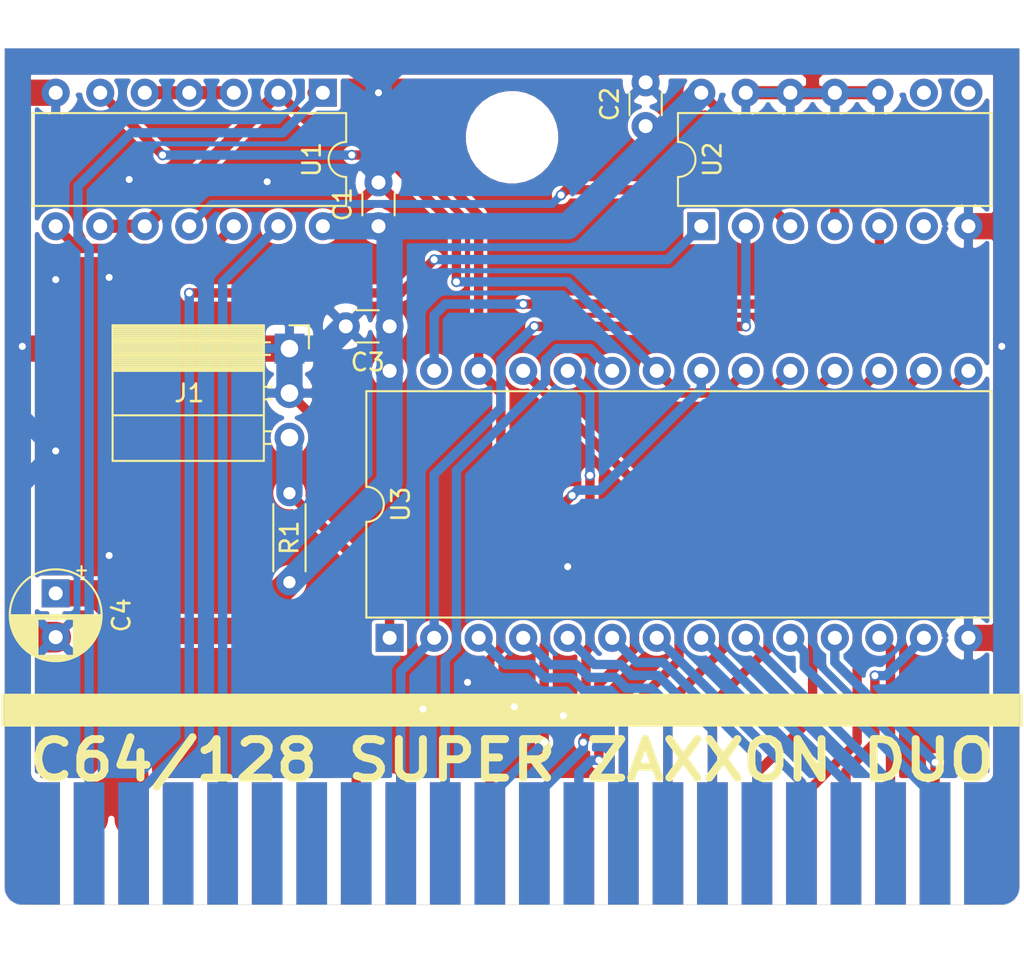
<source format=kicad_pcb>
(kicad_pcb (version 20171130) (host pcbnew "(5.1.2)-1")
  (layers (0 F.Cu signal) (31 B.Cu signal) (34 B.Paste user) (35 F.Paste user) (36 B.SilkS user hide) (37 F.SilkS user hide) (38 B.Mask user hide) (39 F.Mask user hide) (44 Edge.Cuts user))
  (net 0 "")
  (net 1 GND)
  (net 2 +5V)
  (net 3 "Net-(J1-Pad3)")
  (net 4 "Net-(U1-Pad1)")
  (net 5 "Net-(U1-Pad12)")
  (net 6 "Net-(U1-Pad10)")
  (net 7 "Net-(U1-Pad3)")
  (net 8 "Net-(U1-Pad11)")
  (net 9 "Net-(U1-Pad6)")
  (net 10 "Net-(U1-Pad13)")
  (net 11 "Net-(U2-Pad6)")
  (net 12 "Net-(U2-Pad5)")
  (net 13 "Net-(U2-Pad9)")
  (net 14 "Net-(U2-Pad2)")
  (net 15 "Net-(U2-Pad8)")
  (net 16 "Net-(U2-Pad1)")
  (net 17 /D3)
  (net 18 /D4)
  (net 19 /A7)
  (net 20 /D5)
  (net 21 /A6)
  (net 22 /D6)
  (net 23 /A5)
  (net 24 /D7)
  (net 25 /A4)
  (net 26 /A3)
  (net 27 /A10)
  (net 28 /A2)
  (net 29 /A1)
  (net 30 /A11)
  (net 31 /A0)
  (net 32 /A9)
  (net 33 /D0)
  (net 34 /A8)
  (net 35 /D1)
  (net 36 /D2)
  (net 37 "Net-(X1-Pad4)")
  (net 38 "Net-(X1-Pad5)")
  (net 39 "Net-(X1-Pad6)")
  (net 40 "Net-(X1-Pad7)")
  (net 41 "Net-(X1-Pad10)")
  (net 42 "Net-(X1-Pad12)")
  (net 43 "Net-(X1-Pad13)")
  (net 44 "Net-(X1-PadD)")
  (net 45 "Net-(X1-PadF)")
  (net 46 "Net-(X1-PadH)")
  (net 47 "Net-(X1-PadJ)")
  (module CPU2:C64_EXPANSION_CARD_49mm (layer F.Cu) (at 107.95 79.6925)
    (fp_text reference "C64/128 SUPER ZAXXON DUO" (at 0 -11.1125) (layer F.SilkS) (effects (font (size 2.2 2.4) (thickness 0.454))))
    (fp_text value "C64/128 SUPER ZAXXON DUO")
    (fp_arc (start -22.86 -7.7597) (end -21.7043 -7.7343) (angle -180) (layer F.Cu) (width 1.95))
    (fp_arc (start -26.8732 -10.414) (end -26.8732 -9.5885) (angle 90) (layer B.Cu) (width 0.5))
    (fp_arc (start 26.8859 -10.414) (end 27.7114 -10.414) (angle 90) (layer B.Cu) (width 0.5))
    (fp_arc (start 26.8859 -10.414) (end 26.8859 -9.5885) (angle -90) (layer F.Cu) (width 0.5))
    (fp_arc (start -26.8732 -10.414) (end -27.6987 -10.414) (angle -90) (layer F.Cu) (width 0.5))
    (fp_poly (pts (xy 28.8925 -20.0025) (xy 28.8925 -51.689) (xy -28.8925 -51.689) (xy -28.8925 -20.0025) (xy -27.4955 -20.0025) (xy -27.4955 -50.2285) (xy -27.432 -50.292) (xy 27.432 -50.292) (xy 27.4955 -50.2285) (xy 27.4955 -20.0025)) (layer B.Cu) (width 0.1))
    (fp_poly (pts (xy -28.8925 -20.0025) (xy -28.8925 -51.689) (xy 28.8925 -51.689) (xy 28.8925 -20.0025) (xy 27.4955 -20.0025) (xy 27.4955 -50.2285) (xy 27.432 -50.292) (xy -27.432 -50.292) (xy -27.4955 -50.2285) (xy -27.4955 -20.0025)) (layer F.Cu) (width 0.1))
    (fp_poly (pts (xy -27.4955 -2.921) (xy -28.194 -2.921) (xy -28.6385 -3.175) (xy -28.8925 -3.6195) (xy -28.8925 -3.8735) (xy -28.8925 -20.0025) (xy -27.4955 -20.0025)) (layer B.Cu) (width 0.1))
    (fp_poly (pts (xy 27.4955 -2.921) (xy 28.194 -2.921) (xy 28.6385 -3.175) (xy 28.8925 -3.6195) (xy 28.8925 -3.8735) (xy 28.8925 -20.0025) (xy 27.4955 -20.0025)) (layer B.Cu) (width 0.1))
    (fp_arc (start 27.94 -3.8735) (end 28.956 -3.8735) (angle 90) (layer Edge.Cuts) (width 0.0254))
    (fp_poly (pts (xy 27.4955 -2.921) (xy 28.194 -2.921) (xy 28.6385 -3.175) (xy 28.8925 -3.6195) (xy 28.8925 -3.8735) (xy 28.8925 -20.0025) (xy 27.4955 -20.0025)) (layer F.Cu) (width 0.1))
    (fp_poly (pts (xy -27.4955 -2.921) (xy -28.194 -2.921) (xy -28.6385 -3.175) (xy -28.8925 -3.6195) (xy -28.8925 -3.8735) (xy -28.8925 -20.0025) (xy -27.4955 -20.0025)) (layer F.Cu) (width 0.1))
    (fp_line (start -28.956 -51.7525) (end 28.956 -51.7525) (layer Edge.Cuts) (width 0.0254))
    (fp_arc (start 27.94 -3.8735) (end 27.94 -2.8575) (angle -90) (layer Edge.Cuts) (width 0.0254))
    (fp_arc (start -27.94 -3.8735) (end -28.956 -3.8735) (angle -90) (layer Edge.Cuts) (width 0.0254))
    (fp_line (start 28.956 -51.7525) (end 28.956 -3.8735) (layer Edge.Cuts) (width 0.0254))
    (fp_line (start -28.956 -51.7525) (end -28.956 -3.8735) (layer Edge.Cuts) (width 0.0254))
    (fp_line (start -27.94 -2.8575) (end 27.94 -2.8575) (layer Edge.Cuts) (width 0.0254))
    (pad "" np_thru_hole circle (at 0 -46.6725) (size 4.826 4.826) (drill 4.826) (layers *.Cu))
    (pad J connect rect (at -8.89 -6.35) (size 1.75 7) (layers B.Cu B.Mask) (net 47 "Net-(X1-PadJ)"))
    (pad L connect rect (at -3.81 -6.35) (size 1.75 7) (layers B.Cu B.Mask) (net 30 /A11))
    (pad H connect rect (at -11.43 -6.35) (size 1.75 7) (layers B.Cu B.Mask) (net 46 "Net-(X1-PadH)"))
    (pad K connect rect (at -6.35 -6.35) (size 1.75 7) (layers B.Cu B.Mask) (net 14 "Net-(U2-Pad2)"))
    (pad F connect rect (at -13.97 -6.35) (size 1.75 7) (layers B.Cu B.Mask) (net 45 "Net-(X1-PadF)"))
    (pad A connect rect (at -26.67 -6.35) (size 1.75 7) (layers B.Cu B.Mask) (net 1 GND))
    (pad W connect rect (at 19.05 -6.35) (size 1.75 7) (layers B.Cu B.Mask) (net 28 /A2))
    (pad V connect rect (at 16.51 -6.35) (size 1.75 7) (layers B.Cu B.Mask) (net 26 /A3))
    (pad Y connect rect (at 24.13 -6.35) (size 1.75 7) (layers B.Cu B.Mask) (net 31 /A0))
    (pad X connect rect (at 21.59 -6.35) (size 1.75 7) (layers B.Cu B.Mask) (net 29 /A1))
    (pad Z connect rect (at 26.67 -6.35) (size 1.75 7) (layers B.Cu B.Mask) (net 1 GND))
    (pad P connect rect (at 3.81 -6.35) (size 1.75 7) (layers B.Cu B.Mask) (net 34 /A8))
    (pad R connect rect (at 6.35 -6.35) (size 1.75 7) (layers B.Cu B.Mask) (net 19 /A7))
    (pad N connect rect (at 1.27 -6.35) (size 1.75 7) (layers B.Cu B.Mask) (net 32 /A9))
    (pad U connect rect (at 13.97 -6.35) (size 1.75 7) (layers B.Cu B.Mask) (net 25 /A4))
    (pad T connect rect (at 11.43 -6.35) (size 1.75 7) (layers B.Cu B.Mask) (net 23 /A5))
    (pad M connect rect (at -1.27 -6.35) (size 1.75 7) (layers B.Cu B.Mask) (net 27 /A10))
    (pad S connect rect (at 8.89 -6.35) (size 1.75 7) (layers B.Cu B.Mask) (net 21 /A6))
    (pad C connect rect (at -21.59 -6.35) (size 1.75 7) (layers B.Cu B.Mask) (net 16 "Net-(U2-Pad1)"))
    (pad B connect rect (at -24.13 -6.35) (size 1.75 7) (layers B.Cu B.Mask) (net 4 "Net-(U1-Pad1)"))
    (pad D connect rect (at -19.05 -6.35) (size 1.75 7) (layers B.Cu B.Mask) (net 44 "Net-(X1-PadD)"))
    (pad E connect rect (at -16.51 -6.35) (size 1.75 7) (layers B.Cu B.Mask) (net 10 "Net-(U1-Pad13)"))
    (pad 21 connect rect (at 24.13 -6.35) (size 1.75 7) (layers F.Cu F.Mask) (net 33 /D0))
    (pad 22 connect rect (at 26.67 -6.35) (size 1.75 7) (layers F.Cu F.Mask) (net 1 GND))
    (pad 18 connect rect (at 16.51 -6.35) (size 1.75 7) (layers F.Cu F.Mask) (net 17 /D3))
    (pad 20 connect rect (at 21.59 -6.35) (size 1.75 7) (layers F.Cu F.Mask) (net 35 /D1))
    (pad 17 connect rect (at 13.97 -6.35) (size 1.75 7) (layers F.Cu F.Mask) (net 18 /D4))
    (pad 19 connect rect (at 19.05 -6.35) (size 1.75 7) (layers F.Cu F.Mask) (net 36 /D2))
    (pad 16 connect rect (at 11.43 -6.35) (size 1.75 7) (layers F.Cu F.Mask) (net 20 /D5))
    (pad 11 connect rect (at -1.27 -6.35) (size 1.75 7) (layers F.Cu F.Mask) (net 6 "Net-(U1-Pad10)"))
    (pad 13 connect rect (at 3.81 -6.35) (size 1.75 7) (layers F.Cu F.Mask) (net 43 "Net-(X1-Pad13)"))
    (pad 12 connect rect (at 1.27 -6.35) (size 1.75 7) (layers F.Cu F.Mask) (net 42 "Net-(X1-Pad12)"))
    (pad 14 connect rect (at 6.35 -6.35) (size 1.75 7) (layers F.Cu F.Mask) (net 24 /D7))
    (pad 15 connect rect (at 8.89 -6.35) (size 1.75 7) (layers F.Cu F.Mask) (net 22 /D6))
    (pad 10 connect rect (at -3.81 -6.35) (size 1.75 7) (layers F.Cu F.Mask) (net 41 "Net-(X1-Pad10)"))
    (pad 9 connect rect (at -6.35 -6.35) (size 1.75 7) (layers F.Cu F.Mask) (net 1 GND))
    (pad 8 connect rect (at -8.89 -6.35) (size 1.75 7) (layers F.Cu F.Mask) (net 1 GND))
    (pad 7 connect rect (at -11.43 -6.35) (size 1.75 7) (layers F.Cu F.Mask) (net 40 "Net-(X1-Pad7)"))
    (pad 6 connect rect (at -13.97 -6.35) (size 1.75 7) (layers F.Cu F.Mask) (net 39 "Net-(X1-Pad6)"))
    (pad 5 connect rect (at -16.51 -6.35) (size 1.75 7) (layers F.Cu F.Mask) (net 38 "Net-(X1-Pad5)"))
    (pad 4 connect rect (at -19.05 -6.35) (size 1.75 7) (layers F.Cu F.Mask) (net 37 "Net-(X1-Pad4)"))
    (pad 3 connect rect (at -21.59 -6.35) (size 1.75 7) (layers F.Cu F.Mask) (net 2 +5V))
    (pad 2 connect rect (at -24.13 -6.35) (size 1.75 7) (layers F.Cu F.Mask) (net 2 +5V))
    (pad 1 connect rect (at -26.67 -6.35) (size 1.75 7) (layers F.Cu F.Mask) (net 1 GND))
  )
  (module Capacitor_THT:C_Disc_D3.0mm_W1.6mm_P2.50mm (layer F.Cu) (at 100.33 38.1 90)
    (fp_text reference C1 (at 1.25 -2.05 90) (layer F.SilkS))
    (fp_text value 0.1uF)
    (pad 2 thru_hole circle (at 2.5 0 90) (size 1.6 1.6) (drill 0.8) (layers *.Cu *.Mask) (net 1 GND))
    (pad 1 thru_hole circle (at 0 0 90) (size 1.6 1.6) (drill 0.8) (layers *.Cu *.Mask) (net 2 +5V))
  )
  (module Capacitor_THT:C_Disc_D3.0mm_W1.6mm_P2.50mm (layer F.Cu) (at 115.57 32.385 90)
    (fp_text reference C2 (at 1.25 -2.05 90) (layer F.SilkS))
    (fp_text value 0.1uF)
    (pad 1 thru_hole circle (at 0 0 90) (size 1.6 1.6) (drill 0.8) (layers *.Cu *.Mask) (net 2 +5V))
    (pad 2 thru_hole circle (at 2.5 0 90) (size 1.6 1.6) (drill 0.8) (layers *.Cu *.Mask) (net 1 GND))
  )
  (module Capacitor_THT:C_Disc_D3.0mm_W1.6mm_P2.50mm (layer F.Cu) (at 100.965 43.815 180)
    (fp_text reference C3 (at 1.25 -2.05) (layer F.SilkS))
    (fp_text value 0.1uF)
    (pad 1 thru_hole circle (at 0 0 180) (size 1.6 1.6) (drill 0.8) (layers *.Cu *.Mask) (net 2 +5V))
    (pad 2 thru_hole circle (at 2.5 0 180) (size 1.6 1.6) (drill 0.8) (layers *.Cu *.Mask) (net 1 GND))
  )
  (module Capacitor_THT:CP_Radial_D5.0mm_P2.50mm (layer F.Cu) (at 81.915 59.055 270)
    (fp_text reference C4 (at 1.25 -3.75 90) (layer F.SilkS))
    (fp_text value 10uF)
    (pad 1 thru_hole rect (at 0 0 270) (size 1.6 1.6) (drill 0.8) (layers *.Cu *.Mask) (net 2 +5V))
    (pad 2 thru_hole circle (at 2.5 0 270) (size 1.6 1.6) (drill 0.8) (layers *.Cu *.Mask) (net 1 GND))
  )
  (module Connector_PinSocket_2.54mm:PinSocket_1x03_P2.54mm_Horizontal (layer F.Cu) (at 95.25 45.085)
    (fp_text reference J1 (at -5.715 2.54) (layer F.SilkS))
    (fp_text value Conn_01x03)
    (pad 1 thru_hole rect (at 0 0) (size 1.7 1.7) (drill 1) (layers *.Cu *.Mask) (net 1 GND))
    (pad 2 thru_hole oval (at 0 2.54) (size 1.7 1.7) (drill 1) (layers *.Cu *.Mask) (net 1 GND))
    (pad 3 thru_hole oval (at 0 5.08) (size 1.7 1.7) (drill 1) (layers *.Cu *.Mask) (net 3 "Net-(J1-Pad3)"))
  )
  (module Resistor_THT:R_Axial_DIN0204_L3.6mm_D1.6mm_P5.08mm_Horizontal (layer F.Cu) (at 95.25 58.42 90)
    (fp_text reference R1 (at 2.54 0 90) (layer F.SilkS))
    (fp_text value 5K6)
    (pad 1 thru_hole circle (at 0 0 90) (size 1.4 1.4) (drill 0.7) (layers *.Cu *.Mask) (net 2 +5V))
    (pad 2 thru_hole oval (at 5.08 0 90) (size 1.4 1.4) (drill 0.7) (layers *.Cu *.Mask) (net 3 "Net-(J1-Pad3)"))
  )
  (module Package_DIP:DIP-14_W7.62mm (layer F.Cu) (at 97.155 30.48 270)
    (fp_text reference U1 (at 3.81 0.635 90) (layer F.SilkS))
    (fp_text value 7400)
    (pad 1 thru_hole rect (at 0 0 270) (size 1.6 1.6) (drill 0.8) (layers *.Cu *.Mask) (net 4 "Net-(U1-Pad1)"))
    (pad 8 thru_hole oval (at 7.62 15.24 270) (size 1.6 1.6) (drill 0.8) (layers *.Cu *.Mask) (net 5 "Net-(U1-Pad12)"))
    (pad 2 thru_hole oval (at 0 2.54 270) (size 1.6 1.6) (drill 0.8) (layers *.Cu *.Mask) (net 6 "Net-(U1-Pad10)"))
    (pad 9 thru_hole oval (at 7.62 12.7 270) (size 1.6 1.6) (drill 0.8) (layers *.Cu *.Mask) (net 6 "Net-(U1-Pad10)"))
    (pad 3 thru_hole oval (at 0 5.08 270) (size 1.6 1.6) (drill 0.8) (layers *.Cu *.Mask) (net 7 "Net-(U1-Pad3)"))
    (pad 10 thru_hole oval (at 7.62 10.16 270) (size 1.6 1.6) (drill 0.8) (layers *.Cu *.Mask) (net 6 "Net-(U1-Pad10)"))
    (pad 4 thru_hole oval (at 0 7.62 270) (size 1.6 1.6) (drill 0.8) (layers *.Cu *.Mask) (net 7 "Net-(U1-Pad3)"))
    (pad 11 thru_hole oval (at 7.62 7.62 270) (size 1.6 1.6) (drill 0.8) (layers *.Cu *.Mask) (net 8 "Net-(U1-Pad11)"))
    (pad 5 thru_hole oval (at 0 10.16 270) (size 1.6 1.6) (drill 0.8) (layers *.Cu *.Mask) (net 7 "Net-(U1-Pad3)"))
    (pad 12 thru_hole oval (at 7.62 5.08 270) (size 1.6 1.6) (drill 0.8) (layers *.Cu *.Mask) (net 5 "Net-(U1-Pad12)"))
    (pad 6 thru_hole oval (at 0 12.7 270) (size 1.6 1.6) (drill 0.8) (layers *.Cu *.Mask) (net 9 "Net-(U1-Pad6)"))
    (pad 13 thru_hole oval (at 7.62 2.54 270) (size 1.6 1.6) (drill 0.8) (layers *.Cu *.Mask) (net 10 "Net-(U1-Pad13)"))
    (pad 7 thru_hole oval (at 0 15.24 270) (size 1.6 1.6) (drill 0.8) (layers *.Cu *.Mask) (net 1 GND))
    (pad 14 thru_hole oval (at 7.62 0 270) (size 1.6 1.6) (drill 0.8) (layers *.Cu *.Mask) (net 2 +5V))
  )
  (module Package_DIP:DIP-14_W7.62mm (layer F.Cu) (at 118.745 38.1 90)
    (fp_text reference U2 (at 3.81 0.635 90) (layer F.SilkS))
    (fp_text value 74LS74)
    (pad 14 thru_hole oval (at 7.62 0 90) (size 1.6 1.6) (drill 0.8) (layers *.Cu *.Mask) (net 2 +5V))
    (pad 7 thru_hole oval (at 0 15.24 90) (size 1.6 1.6) (drill 0.8) (layers *.Cu *.Mask) (net 1 GND))
    (pad 13 thru_hole oval (at 7.62 2.54 90) (size 1.6 1.6) (drill 0.8) (layers *.Cu *.Mask) (net 1 GND))
    (pad 6 thru_hole oval (at 0 12.7 90) (size 1.6 1.6) (drill 0.8) (layers *.Cu *.Mask) (net 11 "Net-(U2-Pad6)"))
    (pad 12 thru_hole oval (at 7.62 5.08 90) (size 1.6 1.6) (drill 0.8) (layers *.Cu *.Mask) (net 1 GND))
    (pad 5 thru_hole oval (at 0 10.16 90) (size 1.6 1.6) (drill 0.8) (layers *.Cu *.Mask) (net 12 "Net-(U2-Pad5)"))
    (pad 11 thru_hole oval (at 7.62 7.62 90) (size 1.6 1.6) (drill 0.8) (layers *.Cu *.Mask) (net 1 GND))
    (pad 4 thru_hole oval (at 0 7.62 90) (size 1.6 1.6) (drill 0.8) (layers *.Cu *.Mask) (net 2 +5V))
    (pad 10 thru_hole oval (at 7.62 10.16 90) (size 1.6 1.6) (drill 0.8) (layers *.Cu *.Mask) (net 1 GND))
    (pad 3 thru_hole oval (at 0 5.08 90) (size 1.6 1.6) (drill 0.8) (layers *.Cu *.Mask) (net 8 "Net-(U1-Pad11)"))
    (pad 9 thru_hole oval (at 7.62 12.7 90) (size 1.6 1.6) (drill 0.8) (layers *.Cu *.Mask) (net 13 "Net-(U2-Pad9)"))
    (pad 2 thru_hole oval (at 0 2.54 90) (size 1.6 1.6) (drill 0.8) (layers *.Cu *.Mask) (net 14 "Net-(U2-Pad2)"))
    (pad 8 thru_hole oval (at 7.62 15.24 90) (size 1.6 1.6) (drill 0.8) (layers *.Cu *.Mask) (net 15 "Net-(U2-Pad8)"))
    (pad 1 thru_hole rect (at 0 0 90) (size 1.6 1.6) (drill 0.8) (layers *.Cu *.Mask) (net 16 "Net-(U2-Pad1)"))
  )
  (module Package_DIP:DIP-28_W15.24mm (layer F.Cu) (at 100.965 61.595 90)
    (fp_text reference U3 (at 7.62 0.635 90) (layer F.SilkS))
    (fp_text value 27512)
    (pad 1 thru_hole rect (at 0 0 90) (size 1.6 1.6) (drill 0.8) (layers *.Cu *.Mask) (net 3 "Net-(J1-Pad3)"))
    (pad 15 thru_hole oval (at 15.24 33.02 90) (size 1.6 1.6) (drill 0.8) (layers *.Cu *.Mask) (net 17 /D3))
    (pad 2 thru_hole oval (at 0 2.54 90) (size 1.6 1.6) (drill 0.8) (layers *.Cu *.Mask) (net 14 "Net-(U2-Pad2)"))
    (pad 16 thru_hole oval (at 15.24 30.48 90) (size 1.6 1.6) (drill 0.8) (layers *.Cu *.Mask) (net 18 /D4))
    (pad 3 thru_hole oval (at 0 5.08 90) (size 1.6 1.6) (drill 0.8) (layers *.Cu *.Mask) (net 19 /A7))
    (pad 17 thru_hole oval (at 15.24 27.94 90) (size 1.6 1.6) (drill 0.8) (layers *.Cu *.Mask) (net 20 /D5))
    (pad 4 thru_hole oval (at 0 7.62 90) (size 1.6 1.6) (drill 0.8) (layers *.Cu *.Mask) (net 21 /A6))
    (pad 18 thru_hole oval (at 15.24 25.4 90) (size 1.6 1.6) (drill 0.8) (layers *.Cu *.Mask) (net 22 /D6))
    (pad 5 thru_hole oval (at 0 10.16 90) (size 1.6 1.6) (drill 0.8) (layers *.Cu *.Mask) (net 23 /A5))
    (pad 19 thru_hole oval (at 15.24 22.86 90) (size 1.6 1.6) (drill 0.8) (layers *.Cu *.Mask) (net 24 /D7))
    (pad 6 thru_hole oval (at 0 12.7 90) (size 1.6 1.6) (drill 0.8) (layers *.Cu *.Mask) (net 25 /A4))
    (pad 20 thru_hole oval (at 15.24 20.32 90) (size 1.6 1.6) (drill 0.8) (layers *.Cu *.Mask) (net 9 "Net-(U1-Pad6)"))
    (pad 7 thru_hole oval (at 0 15.24 90) (size 1.6 1.6) (drill 0.8) (layers *.Cu *.Mask) (net 26 /A3))
    (pad 21 thru_hole oval (at 15.24 17.78 90) (size 1.6 1.6) (drill 0.8) (layers *.Cu *.Mask) (net 27 /A10))
    (pad 8 thru_hole oval (at 0 17.78 90) (size 1.6 1.6) (drill 0.8) (layers *.Cu *.Mask) (net 28 /A2))
    (pad 22 thru_hole oval (at 15.24 15.24 90) (size 1.6 1.6) (drill 0.8) (layers *.Cu *.Mask) (net 9 "Net-(U1-Pad6)"))
    (pad 9 thru_hole oval (at 0 20.32 90) (size 1.6 1.6) (drill 0.8) (layers *.Cu *.Mask) (net 29 /A1))
    (pad 23 thru_hole oval (at 15.24 12.7 90) (size 1.6 1.6) (drill 0.8) (layers *.Cu *.Mask) (net 30 /A11))
    (pad 10 thru_hole oval (at 0 22.86 90) (size 1.6 1.6) (drill 0.8) (layers *.Cu *.Mask) (net 31 /A0))
    (pad 24 thru_hole oval (at 15.24 10.16 90) (size 1.6 1.6) (drill 0.8) (layers *.Cu *.Mask) (net 32 /A9))
    (pad 11 thru_hole oval (at 0 25.4 90) (size 1.6 1.6) (drill 0.8) (layers *.Cu *.Mask) (net 33 /D0))
    (pad 25 thru_hole oval (at 15.24 7.62 90) (size 1.6 1.6) (drill 0.8) (layers *.Cu *.Mask) (net 34 /A8))
    (pad 12 thru_hole oval (at 0 27.94 90) (size 1.6 1.6) (drill 0.8) (layers *.Cu *.Mask) (net 35 /D1))
    (pad 26 thru_hole oval (at 15.24 5.08 90) (size 1.6 1.6) (drill 0.8) (layers *.Cu *.Mask) (net 6 "Net-(U1-Pad10)"))
    (pad 13 thru_hole oval (at 0 30.48 90) (size 1.6 1.6) (drill 0.8) (layers *.Cu *.Mask) (net 36 /D2))
    (pad 27 thru_hole oval (at 15.24 2.54 90) (size 1.6 1.6) (drill 0.8) (layers *.Cu *.Mask) (net 12 "Net-(U2-Pad5)"))
    (pad 14 thru_hole oval (at 0 33.02 90) (size 1.6 1.6) (drill 0.8) (layers *.Cu *.Mask) (net 1 GND))
    (pad 28 thru_hole oval (at 15.24 0 90) (size 1.6 1.6) (drill 0.8) (layers *.Cu *.Mask) (net 2 +5V))
  )
  (dimension 0.127 (width 0.15) (layer F.SilkS) (gr_text "0.127 mm" (at 191.546 24.8285 270) (layer F.SilkS) (effects (font (size 1 1) (thickness 0.15)))) (feature1 (pts (xy 78.994 24.892) (xy 190.832421 24.892))) (feature2 (pts (xy 78.994 24.765) (xy 190.832421 24.765))) (crossbar (pts (xy 190.246 24.765) (xy 190.246 24.892))) (arrow1a (pts (xy 190.246 24.892) (xy 189.659579 23.765496))) (arrow1b (pts (xy 190.246 24.892) (xy 190.832421 23.765496))) (arrow2a (pts (xy 190.246 24.765) (xy 189.659579 25.891504))) (arrow2b (pts (xy 190.246 24.765) (xy 190.832421 25.891504))))
  (target plus (at 107.95 33.02) (size 5) (width 0.0254) (layer Edge.Cuts))
  (gr_poly (pts (xy 135.255 37.465) (xy 135.509 37.211) (xy 135.509 38.989) (xy 135.255 38.735)) (layer F.Cu) (width 0.1))
  (gr_poly (pts (xy 124.587 30.226) (xy 124.841 29.972) (xy 124.841 29.718) (xy 124.46 29.337) (xy 125.73 29.337) (xy 125.349 29.718) (xy 125.349 29.972) (xy 125.603 30.226)) (layer F.Cu) (width 0.1))
  (gr_poly (pts (xy 135.255 60.96) (xy 135.509 60.706) (xy 135.509 62.484) (xy 135.255 62.23)) (layer F.Cu) (width 0.1))
  (gr_poly (pts (xy 86.995 62.103) (xy 87.249 61.849) (xy 86.995 61.849)) (layer F.Cu) (width 0.1))
  (gr_poly (pts (xy 98.552 29.337) (xy 99.06 29.718) (xy 99.441 29.972) (xy 99.949 30.353) (xy 100.711 30.099) (xy 100.965 30.099) (xy 101.092 29.972) (xy 101.346 29.718) (xy 101.854 29.21)) (layer B.Cu) (width 0.1))
  (gr_poly (pts (xy 83.693 70.104) (xy 85.852 67.945) (xy 86.868 67.945) (xy 87.0585 67.945) (xy 87.1855 69.85)) (layer F.Cu) (width 0.1))
  (segment (start 121.285 30.48) (end 123.825 30.48) (width 0.75) (layer F.Cu) (net 1))
  (segment (start 126.365 30.48) (end 128.905 30.48) (width 0.75) (layer F.Cu) (net 1))
  (segment (start 135.89 61.595) (end 133.985 61.595) (width 1.5) (layer F.Cu) (net 1))
  (segment (start 133.985 38.1) (end 135.89 38.1) (width 1.5) (layer F.Cu) (net 1))
  (segment (start 135.89 38.1) (end 135.89 44.958) (width 0.75) (layer F.Cu) (net 1))
  (segment (start 135.89 61.595) (end 135.89 67.945) (width 0.75) (layer F.Cu) (net 1))
  (segment (start 135.89 67.945) (end 135.89 67.961551) (width 0.75) (layer F.Cu) (net 1))
  (segment (start 136.50799 68.56299) (end 135.89 67.945) (width 0.75) (layer F.Cu) (net 1))
  (segment (start 136.50799 73.07951) (end 136.50799 68.56299) (width 0.75) (layer F.Cu) (net 1))
  (segment (start 136.245 73.3425) (end 136.50799 73.07951) (width 0.75) (layer F.Cu) (net 1))
  (segment (start 134.62 73.3425) (end 136.245 73.3425) (width 0.75) (layer F.Cu) (net 1))
  (segment (start 79.655 73.3425) (end 81.28 73.3425) (width 0.75) (layer F.Cu) (net 1))
  (segment (start 79.415107 73.102607) (end 79.655 73.3425) (width 0.75) (layer F.Cu) (net 1))
  (segment (start 81.915 61.555) (end 80.05 61.555) (width 1.75) (layer F.Cu) (net 1))
  (segment (start 80.05 61.555) (end 80.01 61.595) (width 0.75) (layer F.Cu) (net 1))
  (segment (start 80.01 61.595) (end 80.01 67.971425) (width 0.75) (layer F.Cu) (net 1))
  (segment (start 80.01 67.971425) (end 79.981737 68.021689) (width 0.75) (layer F.Cu) (net 1))
  (segment (start 79.981737 68.021689) (end 79.415107 68.588319) (width 0.75) (layer F.Cu) (net 1))
  (segment (start 79.415107 68.588319) (end 79.415107 73.102607) (width 0.75) (layer F.Cu) (net 1))
  (segment (start 81.915 30.48) (end 80.01 30.48) (width 1.5) (layer F.Cu) (net 1))
  (segment (start 125.095 30.48) (end 125.095 28.575) (width 0.75) (layer F.Cu) (net 1))
  (segment (start 125.095 30.48) (end 126.365 30.48) (width 0.75) (layer F.Cu) (net 1))
  (segment (start 123.825 30.48) (end 125.095 30.48) (width 0.75) (layer F.Cu) (net 1))
  (segment (start 125.095 28.575) (end 135.255 28.575) (width 0.75) (layer F.Cu) (net 1))
  (segment (start 135.255 28.575) (end 135.89 29.21) (width 0.75) (layer F.Cu) (net 1))
  (segment (start 135.89 29.21) (end 135.89 31.115) (width 0.75) (layer F.Cu) (net 1))
  (segment (start 135.89 31.115) (end 135.89 38.1) (width 0.75) (layer F.Cu) (net 1))
  (segment (start 124.584999 29.085001) (end 125.095 28.575) (width 0.535) (layer F.Cu) (net 1))
  (segment (start 116.369999 29.085001) (end 124.584999 29.085001) (width 0.535) (layer F.Cu) (net 1))
  (segment (start 115.57 29.885) (end 116.369999 29.085001) (width 0.535) (layer F.Cu) (net 1))
  (segment (start 95.25 47.625) (end 95.25 45.085) (width 1.5) (layer B.Cu) (net 1))
  (segment (start 97.195 45.085) (end 98.465 43.815) (width 1.5) (layer B.Cu) (net 1))
  (segment (start 95.25 45.085) (end 97.195 45.085) (width 1.5) (layer B.Cu) (net 1))
  (segment (start 92.9 45.085) (end 80.01 45.085) (width 1.5) (layer F.Cu) (net 1))
  (segment (start 95.25 45.085) (end 92.9 45.085) (width 1.5) (layer F.Cu) (net 1))
  (segment (start 80.01 30.48) (end 80.01 45.085) (width 0.75) (layer F.Cu) (net 1))
  (segment (start 80.01 45.085) (end 80.01 61.595) (width 0.75) (layer F.Cu) (net 1))
  (segment (start 100.33 35.6) (end 100.33 34.46863) (width 1.5) (layer B.Cu) (net 1))
  (segment (start 100.33 34.46863) (end 100.33 30.48) (width 1.5) (layer B.Cu) (net 1))
  (segment (start 114.26 28.575) (end 115.57 29.885) (width 0.535) (layer B.Cu) (net 1))
  (segment (start 100.33 29.21) (end 100.965 28.575) (width 0.535) (layer B.Cu) (net 1))
  (segment (start 100.965 28.575) (end 114.26 28.575) (width 0.535) (layer B.Cu) (net 1))
  (segment (start 101.6 69.3075) (end 101.6 73.3425) (width 0.535) (layer F.Cu) (net 1))
  (segment (start 100.965 68.6725) (end 101.6 69.3075) (width 0.535) (layer F.Cu) (net 1))
  (segment (start 99.06 69.3075) (end 99.695 68.6725) (width 0.535) (layer F.Cu) (net 1))
  (segment (start 99.06 73.3425) (end 99.06 69.3075) (width 0.535) (layer F.Cu) (net 1))
  (segment (start 100.33 29.21) (end 99.949 29.21) (width 0.535) (layer B.Cu) (net 1))
  (segment (start 99.949 29.21) (end 99.314 28.575) (width 0.535) (layer B.Cu) (net 1))
  (segment (start 99.314 28.575) (end 80.391 28.575) (width 0.535) (layer B.Cu) (net 1))
  (segment (start 80.391 28.575) (end 80.264 28.575) (width 0.535) (layer B.Cu) (net 1))
  (segment (start 80.264 28.575) (end 80.01 28.829) (width 0.535) (layer B.Cu) (net 1))
  (segment (start 80.01 28.829) (end 80.01 44.958) (width 0.535) (layer B.Cu) (net 1))
  (segment (start 80.01 44.958) (end 80.01 44.958) (width 0.535) (layer B.Cu) (net 1))
  (via (at 80.01 44.958) (size 0.6) (drill 0.4) (layers F.Cu B.Cu) (net 1))
  (segment (start 135.89 44.958) (end 135.89 61.595) (width 0.75) (layer F.Cu) (net 1))
  (via (at 135.89 44.958) (size 0.6) (drill 0.4) (layers F.Cu B.Cu) (net 1))
  (segment (start 102.232501 54.607501) (end 102.232501 64.772499) (width 0.535) (layer F.Cu) (net 1))
  (segment (start 95.25 47.625) (end 102.232501 54.607501) (width 0.535) (layer F.Cu) (net 1))
  (segment (start 100.2375 66.7675) (end 100.2375 68.6725) (width 0.535) (layer F.Cu) (net 1))
  (segment (start 102.232501 64.772499) (end 100.2375 66.7675) (width 0.535) (layer F.Cu) (net 1))
  (segment (start 99.695 68.6725) (end 100.2375 68.6725) (width 0.535) (layer F.Cu) (net 1))
  (segment (start 100.2375 68.6725) (end 100.965 68.6725) (width 0.535) (layer F.Cu) (net 1))
  (via (at 81.915 41.148) (size 0.6) (drill 0.4) (layers F.Cu B.Cu) (net 1))
  (via (at 81.915 50.927) (size 0.6) (drill 0.4) (layers F.Cu B.Cu) (net 1))
  (via (at 84.963 56.896) (size 0.6) (drill 0.4) (layers F.Cu B.Cu) (net 1))
  (via (at 84.963 41.021) (size 0.6) (drill 0.4) (layers F.Cu B.Cu) (net 1))
  (via (at 86.106 35.433) (size 0.6) (drill 0.4) (layers F.Cu B.Cu) (net 1))
  (via (at 93.98 35.56) (size 0.6) (drill 0.4) (layers F.Cu B.Cu) (net 1))
  (segment (start 80.01 49.022) (end 80.01 44.958) (width 0.535) (layer B.Cu) (net 1))
  (segment (start 81.915 50.927) (end 80.01 49.022) (width 1) (layer B.Cu) (net 1))
  (segment (start 79.87 73.3425) (end 81.28 73.3425) (width 0.535) (layer B.Cu) (net 1))
  (segment (start 79.502 72.9745) (end 79.87 73.3425) (width 0.535) (layer B.Cu) (net 1))
  (segment (start 79.502 68.728135) (end 79.502 72.9745) (width 0.535) (layer B.Cu) (net 1))
  (segment (start 81.915 50.927) (end 80.01 52.832) (width 1) (layer B.Cu) (net 1))
  (segment (start 80.01 52.832) (end 80.01 68.09382) (width 0.535) (layer B.Cu) (net 1))
  (segment (start 80.01 68.09382) (end 79.92923 68.27977) (width 0.535) (layer B.Cu) (net 1))
  (segment (start 79.92923 68.27977) (end 79.883 68.326) (width 0.535) (layer B.Cu) (net 1))
  (segment (start 79.883 68.326) (end 79.883 68.347135) (width 0.535) (layer B.Cu) (net 1))
  (segment (start 79.883 68.347135) (end 79.502 68.728135) (width 0.535) (layer B.Cu) (net 1))
  (segment (start 100.33 30.48) (end 100.33 29.21) (width 1.5) (layer B.Cu) (net 1))
  (via (at 100.33 30.48) (size 0.6) (drill 0.4) (layers F.Cu B.Cu) (net 1))
  (via (at 105.41 64.135) (size 0.6) (drill 0.4) (layers F.Cu B.Cu) (net 1))
  (via (at 102.87 65.659) (size 0.6) (drill 0.4) (layers F.Cu B.Cu) (net 1))
  (via (at 108.077 65.532) (size 0.6) (drill 0.4) (layers F.Cu B.Cu) (net 1))
  (via (at 110.871 66.04) (size 0.6) (drill 0.4) (layers F.Cu B.Cu) (net 1))
  (via (at 111.125 57.531) (size 0.6) (drill 0.4) (layers F.Cu B.Cu) (net 1))
  (segment (start 100.965 45.22363) (end 100.965 38.1) (width 1.5) (layer B.Cu) (net 2))
  (segment (start 100.965 46.355) (end 100.965 45.22363) (width 1.5) (layer B.Cu) (net 2))
  (segment (start 97.155 38.1) (end 100.965 38.1) (width 1.5) (layer B.Cu) (net 2))
  (segment (start 100.965 38.1) (end 111.125 38.1) (width 1.5) (layer B.Cu) (net 2))
  (segment (start 126.365 33.655) (end 126.365 38.1) (width 0.535) (layer F.Cu) (net 2))
  (segment (start 125.095 32.385) (end 126.365 33.655) (width 0.535) (layer F.Cu) (net 2))
  (segment (start 118.745 30.48) (end 120.65 32.385) (width 0.535) (layer F.Cu) (net 2))
  (segment (start 120.65 32.385) (end 125.095 32.385) (width 0.535) (layer F.Cu) (net 2))
  (segment (start 116.84 32.385) (end 118.11 31.115) (width 0.535) (layer B.Cu) (net 2))
  (segment (start 115.57 32.385) (end 116.84 32.385) (width 0.535) (layer B.Cu) (net 2))
  (segment (start 111.125 38.1) (end 118.11 31.115) (width 1.5) (layer B.Cu) (net 2))
  (segment (start 118.11 31.115) (end 118.745 30.48) (width 1.5) (layer B.Cu) (net 2))
  (segment (start 84.215 59.055) (end 86.36 61.2) (width 1.5) (layer F.Cu) (net 2))
  (segment (start 81.915 59.055) (end 84.215 59.055) (width 1.5) (layer F.Cu) (net 2))
  (segment (start 86.36 61.2) (end 86.36 68.453) (width 1.5) (layer F.Cu) (net 2))
  (segment (start 92.47 61.2) (end 95.25 58.42) (width 1.5) (layer F.Cu) (net 2))
  (segment (start 86.36 61.2) (end 92.47 61.2) (width 1.5) (layer F.Cu) (net 2))
  (segment (start 100.965 52.705) (end 100.965 46.355) (width 1.5) (layer B.Cu) (net 2))
  (segment (start 95.25 58.42) (end 100.965 52.705) (width 1.5) (layer B.Cu) (net 2))
  (segment (start 95.25 50.165) (end 95.25 53.34) (width 1.5) (layer B.Cu) (net 3))
  (segment (start 100.965 59.055) (end 100.965 61.595) (width 0.535) (layer F.Cu) (net 3))
  (segment (start 95.25 53.34) (end 100.965 59.055) (width 0.535) (layer F.Cu) (net 3))
  (segment (start 97.155 30.48) (end 96.650002 30.48) (width 0.75) (layer F.Cu) (net 4))
  (segment (start 94.869 32.766) (end 97.155 30.48) (width 0.535) (layer B.Cu) (net 4))
  (segment (start 86.233 32.766) (end 94.869 32.766) (width 0.535) (layer B.Cu) (net 4))
  (segment (start 83.187499 35.811501) (end 86.233 32.766) (width 0.535) (layer B.Cu) (net 4))
  (segment (start 83.187499 38.708401) (end 83.187499 35.811501) (width 0.535) (layer B.Cu) (net 4))
  (segment (start 83.82 73.3425) (end 83.82 39.340902) (width 0.535) (layer B.Cu) (net 4))
  (segment (start 83.82 39.340902) (end 83.187499 38.708401) (width 0.535) (layer B.Cu) (net 4))
  (segment (start 91.275001 38.899999) (end 92.075 38.1) (width 0.535) (layer F.Cu) (net 5))
  (segment (start 90.807499 39.367501) (end 91.275001 38.899999) (width 0.535) (layer F.Cu) (net 5))
  (segment (start 83.182501 39.367501) (end 90.807499 39.367501) (width 0.535) (layer F.Cu) (net 5))
  (segment (start 81.915 38.1) (end 83.182501 39.367501) (width 0.535) (layer F.Cu) (net 5))
  (segment (start 94.615 30.48) (end 92.075 33.02) (width 0.75) (layer F.Cu) (net 6))
  (segment (start 92.075 33.02) (end 86.995 38.1) (width 0.75) (layer F.Cu) (net 6))
  (segment (start 84.455 38.1) (end 86.995 38.1) (width 0.75) (layer F.Cu) (net 6))
  (segment (start 106.045 37.465) (end 106.045 46.355) (width 0.535) (layer F.Cu) (net 6))
  (segment (start 100.584 32.004) (end 106.045 37.465) (width 0.535) (layer F.Cu) (net 6))
  (segment (start 94.615 30.48) (end 96.139 32.004) (width 0.535) (layer F.Cu) (net 6))
  (segment (start 96.139 32.004) (end 100.584 32.004) (width 0.535) (layer F.Cu) (net 6))
  (segment (start 106.844999 47.154999) (end 106.045 46.355) (width 0.535) (layer F.Cu) (net 6))
  (segment (start 107.312501 47.622501) (end 106.844999 47.154999) (width 0.535) (layer F.Cu) (net 6))
  (segment (start 107.312501 62.203401) (end 107.312501 47.622501) (width 0.535) (layer F.Cu) (net 6))
  (segment (start 106.68 62.835902) (end 107.312501 62.203401) (width 0.535) (layer F.Cu) (net 6))
  (segment (start 106.68 73.3425) (end 106.68 62.835902) (width 0.535) (layer F.Cu) (net 6))
  (segment (start 89.535 30.48) (end 92.075 30.48) (width 0.75) (layer F.Cu) (net 7))
  (segment (start 86.995 30.48) (end 89.535 30.48) (width 0.75) (layer F.Cu) (net 7))
  (segment (start 90.807999 36.827001) (end 110.238999 36.827001) (width 0.454) (layer B.Cu) (net 8))
  (segment (start 89.535 38.1) (end 90.807999 36.827001) (width 0.454) (layer B.Cu) (net 8))
  (segment (start 110.238999 36.827001) (end 110.744 36.322) (width 0.454) (layer B.Cu) (net 8))
  (segment (start 110.744 36.322) (end 110.744 36.322) (width 0.454) (layer B.Cu) (net 8))
  (via (at 110.744 36.322) (size 0.6) (drill 0.4) (layers F.Cu B.Cu) (net 8))
  (segment (start 123.025001 37.300001) (end 123.825 38.1) (width 0.535) (layer F.Cu) (net 8))
  (segment (start 121.747001 36.022001) (end 123.025001 37.300001) (width 0.535) (layer F.Cu) (net 8))
  (segment (start 111.043999 36.022001) (end 121.747001 36.022001) (width 0.535) (layer F.Cu) (net 8))
  (segment (start 110.744 36.322) (end 111.043999 36.022001) (width 0.535) (layer F.Cu) (net 8))
  (segment (start 84.455 30.48) (end 85.254999 31.279999) (width 0.535) (layer F.Cu) (net 9))
  (segment (start 85.254999 31.279999) (end 88.011 34.036) (width 0.535) (layer F.Cu) (net 9))
  (segment (start 88.011 34.036) (end 88.011 34.036) (width 0.535) (layer F.Cu) (net 9))
  (via (at 88.011 34.036) (size 0.6) (drill 0.4) (layers F.Cu B.Cu) (net 9))
  (segment (start 120.485001 47.154999) (end 121.285 46.355) (width 0.535) (layer F.Cu) (net 9))
  (segment (start 120.017499 47.622501) (end 120.485001 47.154999) (width 0.535) (layer F.Cu) (net 9))
  (segment (start 117.472501 47.622501) (end 120.017499 47.622501) (width 0.535) (layer F.Cu) (net 9))
  (segment (start 116.205 46.355) (end 117.472501 47.622501) (width 0.535) (layer F.Cu) (net 9))
  (segment (start 88.011 34.036) (end 98.806 34.036) (width 0.535) (layer B.Cu) (net 9))
  (segment (start 98.806 34.036) (end 98.806 34.036) (width 0.535) (layer B.Cu) (net 9))
  (via (at 98.806 34.036) (size 0.6) (drill 0.4) (layers F.Cu B.Cu) (net 9))
  (segment (start 98.806 34.036) (end 100.641902 34.036) (width 0.535) (layer F.Cu) (net 9))
  (via (at 104.775 41.275) (size 0.6) (drill 0.4) (layers F.Cu B.Cu) (net 9))
  (segment (start 111.125 41.275) (end 116.205 46.355) (width 0.535) (layer B.Cu) (net 9))
  (segment (start 104.775 41.275) (end 111.125 41.275) (width 0.535) (layer B.Cu) (net 9))
  (segment (start 104.775 38.169098) (end 104.775 41.275) (width 0.535) (layer F.Cu) (net 9))
  (segment (start 100.641902 34.036) (end 104.775 38.169098) (width 0.535) (layer F.Cu) (net 9))
  (segment (start 91.44 41.275) (end 94.615 38.1) (width 0.535) (layer B.Cu) (net 10))
  (segment (start 91.44 73.3425) (end 91.44 41.275) (width 0.535) (layer B.Cu) (net 10))
  (via (at 108.585 42.545) (size 0.6) (drill 0.4) (layers F.Cu B.Cu) (net 12))
  (segment (start 104.14 42.545) (end 108.585 42.545) (width 0.535) (layer B.Cu) (net 12))
  (segment (start 103.505 46.355) (end 103.505 43.18) (width 0.535) (layer B.Cu) (net 12))
  (segment (start 103.505 43.18) (end 104.14 42.545) (width 0.535) (layer B.Cu) (net 12))
  (segment (start 128.905 41.275) (end 128.905 38.1) (width 0.535) (layer F.Cu) (net 12))
  (segment (start 108.585 42.545) (end 127.635 42.545) (width 0.535) (layer F.Cu) (net 12))
  (segment (start 127.635 42.545) (end 128.905 41.275) (width 0.535) (layer F.Cu) (net 12))
  (segment (start 101.6 63.5) (end 103.505 61.595) (width 0.535) (layer B.Cu) (net 14))
  (segment (start 101.6 73.3425) (end 101.6 63.5) (width 0.535) (layer B.Cu) (net 14))
  (segment (start 107.317499 48.463941) (end 107.317499 45.717501) (width 0.535) (layer B.Cu) (net 14))
  (segment (start 103.505 61.595) (end 103.505 52.27644) (width 0.535) (layer B.Cu) (net 14))
  (segment (start 103.505 52.27644) (end 107.317499 48.463941) (width 0.535) (layer B.Cu) (net 14))
  (segment (start 107.317499 45.717501) (end 109.22 43.815) (width 0.535) (layer B.Cu) (net 14))
  (segment (start 109.22 43.815) (end 109.22 43.815) (width 0.535) (layer B.Cu) (net 14))
  (via (at 109.22 43.815) (size 0.6) (drill 0.4) (layers F.Cu B.Cu) (net 14))
  (segment (start 109.22 43.815) (end 121.285 43.815) (width 0.535) (layer F.Cu) (net 14))
  (segment (start 121.285 43.815) (end 121.285 43.815) (width 0.535) (layer F.Cu) (net 14))
  (via (at 121.285 43.815) (size 0.6) (drill 0.4) (layers F.Cu B.Cu) (net 14))
  (segment (start 121.285 43.815) (end 121.285 38.1) (width 0.535) (layer B.Cu) (net 14))
  (segment (start 86.36 70.7175) (end 89.535 67.5425) (width 0.535) (layer B.Cu) (net 16))
  (segment (start 86.36 73.3425) (end 86.36 70.7175) (width 0.535) (layer B.Cu) (net 16))
  (segment (start 89.535 67.5425) (end 89.535 41.91) (width 0.535) (layer B.Cu) (net 16))
  (segment (start 89.535 41.91) (end 89.535 41.91) (width 0.535) (layer B.Cu) (net 16))
  (via (at 89.535 41.91) (size 0.6) (drill 0.4) (layers F.Cu B.Cu) (net 16))
  (segment (start 89.535 41.91) (end 101.6 41.91) (width 0.535) (layer F.Cu) (net 16))
  (segment (start 101.6 41.91) (end 103.505 40.005) (width 0.535) (layer F.Cu) (net 16))
  (segment (start 103.505 40.005) (end 103.505 40.005) (width 0.535) (layer F.Cu) (net 16))
  (via (at 103.505 40.005) (size 0.6) (drill 0.4) (layers F.Cu B.Cu) (net 16))
  (segment (start 103.505 40.005) (end 116.84 40.005) (width 0.535) (layer B.Cu) (net 16))
  (segment (start 116.84 40.005) (end 118.745 38.1) (width 0.535) (layer B.Cu) (net 16))
  (segment (start 133.185001 47.154999) (end 133.985 46.355) (width 0.535) (layer F.Cu) (net 17))
  (segment (start 127.637499 52.702501) (end 133.185001 47.154999) (width 0.535) (layer F.Cu) (net 17))
  (segment (start 127.637499 67.540001) (end 127.637499 52.702501) (width 0.535) (layer F.Cu) (net 17))
  (segment (start 124.46 70.7175) (end 127.637499 67.540001) (width 0.535) (layer F.Cu) (net 17))
  (segment (start 124.46 73.3425) (end 124.46 70.7175) (width 0.535) (layer F.Cu) (net 17))
  (segment (start 130.645001 47.154999) (end 131.445 46.355) (width 0.535) (layer F.Cu) (net 18))
  (segment (start 125.097499 52.702501) (end 130.645001 47.154999) (width 0.535) (layer F.Cu) (net 18))
  (segment (start 125.097499 66.130001) (end 125.097499 52.702501) (width 0.535) (layer F.Cu) (net 18))
  (segment (start 121.92 69.3075) (end 125.097499 66.130001) (width 0.535) (layer F.Cu) (net 18))
  (segment (start 121.92 73.3425) (end 121.92 69.3075) (width 0.535) (layer F.Cu) (net 18))
  (segment (start 114.3 69.85) (end 114.3 73.3425) (width 0.535) (layer B.Cu) (net 19))
  (segment (start 113.54064 64.58902) (end 114.3 65.34838) (width 0.535) (layer B.Cu) (net 19))
  (segment (start 114.3 65.34838) (end 114.3 69.85) (width 0.535) (layer B.Cu) (net 19))
  (segment (start 107.569 63.119) (end 109.06954 63.119) (width 0.535) (layer B.Cu) (net 19))
  (segment (start 106.045 61.595) (end 107.569 63.119) (width 0.535) (layer B.Cu) (net 19))
  (segment (start 109.06954 63.119) (end 109.83154 63.881) (width 0.535) (layer B.Cu) (net 19))
  (segment (start 109.83154 63.881) (end 111.33208 63.881) (width 0.535) (layer B.Cu) (net 19))
  (segment (start 111.33208 63.881) (end 112.040098 64.58902) (width 0.535) (layer B.Cu) (net 19))
  (segment (start 112.040098 64.58902) (end 113.54064 64.58902) (width 0.535) (layer B.Cu) (net 19))
  (segment (start 128.105001 47.154999) (end 128.905 46.355) (width 0.535) (layer F.Cu) (net 20))
  (segment (start 122.557499 52.702501) (end 128.105001 47.154999) (width 0.535) (layer F.Cu) (net 20))
  (segment (start 122.557499 62.198403) (end 122.557499 52.702501) (width 0.535) (layer F.Cu) (net 20))
  (segment (start 119.38 65.375902) (end 122.557499 62.198403) (width 0.535) (layer F.Cu) (net 20))
  (segment (start 119.38 73.3425) (end 119.38 65.375902) (width 0.535) (layer F.Cu) (net 20))
  (segment (start 116.84 69.85) (end 116.84 73.3425) (width 0.535) (layer B.Cu) (net 21))
  (segment (start 108.585 61.595) (end 110.12073 63.13073) (width 0.535) (layer B.Cu) (net 21))
  (segment (start 111.62127 63.13073) (end 112.344549 63.85401) (width 0.535) (layer B.Cu) (net 21))
  (segment (start 110.12073 63.13073) (end 111.62127 63.13073) (width 0.535) (layer B.Cu) (net 21))
  (segment (start 113.84509 63.85401) (end 114.464828 64.47375) (width 0.535) (layer B.Cu) (net 21))
  (segment (start 112.344549 63.85401) (end 113.84509 63.85401) (width 0.535) (layer B.Cu) (net 21))
  (segment (start 114.464828 64.47375) (end 115.90875 64.47375) (width 0.535) (layer B.Cu) (net 21))
  (segment (start 116.84 65.405) (end 116.84 73.3425) (width 0.535) (layer B.Cu) (net 21))
  (segment (start 115.90875 64.47375) (end 116.84 65.405) (width 0.535) (layer B.Cu) (net 21))
  (segment (start 125.565001 47.154999) (end 126.365 46.355) (width 0.535) (layer F.Cu) (net 22))
  (segment (start 120.017499 52.702501) (end 125.565001 47.154999) (width 0.535) (layer F.Cu) (net 22))
  (segment (start 120.017499 62.198403) (end 120.017499 52.702501) (width 0.535) (layer F.Cu) (net 22))
  (segment (start 116.84 65.375902) (end 120.017499 62.198403) (width 0.535) (layer F.Cu) (net 22))
  (segment (start 116.84 73.3425) (end 116.84 65.375902) (width 0.535) (layer F.Cu) (net 22))
  (segment (start 119.38 69.85) (end 119.38 73.3425) (width 0.535) (layer B.Cu) (net 23))
  (segment (start 119.38 66.84892) (end 119.38 73.3425) (width 0.535) (layer B.Cu) (net 23))
  (segment (start 116.26982 63.73874) (end 119.38 66.84892) (width 0.535) (layer B.Cu) (net 23))
  (segment (start 114.769279 63.73874) (end 116.26982 63.73874) (width 0.535) (layer B.Cu) (net 23))
  (segment (start 114.14954 63.119) (end 114.769279 63.73874) (width 0.535) (layer B.Cu) (net 23))
  (segment (start 111.125 61.595) (end 112.649 63.119) (width 0.535) (layer B.Cu) (net 23))
  (segment (start 112.649 63.119) (end 114.14954 63.119) (width 0.535) (layer B.Cu) (net 23))
  (segment (start 123.025001 47.154999) (end 123.825 46.355) (width 0.535) (layer F.Cu) (net 24))
  (segment (start 117.477499 52.702501) (end 123.025001 47.154999) (width 0.535) (layer F.Cu) (net 24))
  (segment (start 117.477499 62.862501) (end 117.477499 52.702501) (width 0.535) (layer F.Cu) (net 24))
  (segment (start 114.3 66.04) (end 117.477499 62.862501) (width 0.535) (layer F.Cu) (net 24))
  (segment (start 114.3 73.3425) (end 114.3 66.04) (width 0.535) (layer F.Cu) (net 24))
  (segment (start 121.92 69.85) (end 121.92 73.3425) (width 0.535) (layer B.Cu) (net 25))
  (segment (start 113.665 61.595) (end 115.07373 63.00373) (width 0.535) (layer B.Cu) (net 25))
  (segment (start 115.07373 63.00373) (end 116.57427 63.00373) (width 0.535) (layer B.Cu) (net 25))
  (segment (start 121.92 68.34946) (end 121.92 69.85) (width 0.535) (layer B.Cu) (net 25))
  (segment (start 116.57427 63.00373) (end 121.92 68.34946) (width 0.535) (layer B.Cu) (net 25))
  (segment (start 124.46 69.85) (end 124.46 73.3425) (width 0.535) (layer B.Cu) (net 26))
  (segment (start 116.205 61.595) (end 124.46 69.85) (width 0.535) (layer B.Cu) (net 26))
  (segment (start 106.68 70.665998) (end 109.781998 67.564) (width 0.535) (layer B.Cu) (net 27))
  (segment (start 106.68 73.3425) (end 106.68 70.665998) (width 0.535) (layer B.Cu) (net 27))
  (segment (start 109.781998 67.564) (end 109.781998 67.564) (width 0.535) (layer B.Cu) (net 27))
  (via (at 109.781998 67.564) (size 0.6) (drill 0.4) (layers F.Cu B.Cu) (net 27))
  (segment (start 109.857499 61.973501) (end 109.857499 54.988501) (width 0.535) (layer F.Cu) (net 27))
  (segment (start 109.781998 67.564) (end 109.781998 62.049002) (width 0.535) (layer F.Cu) (net 27))
  (segment (start 109.781998 62.049002) (end 109.857499 61.973501) (width 0.535) (layer F.Cu) (net 27))
  (segment (start 109.857499 54.988501) (end 111.379 53.467) (width 0.535) (layer F.Cu) (net 27))
  (segment (start 111.379 53.467) (end 111.379 53.467) (width 0.535) (layer F.Cu) (net 27))
  (via (at 111.379 53.467) (size 0.6) (drill 0.4) (layers F.Cu B.Cu) (net 27))
  (segment (start 118.745 47.48637) (end 118.745 46.355) (width 0.535) (layer B.Cu) (net 27))
  (segment (start 118.73337 47.498) (end 118.745 47.48637) (width 0.535) (layer B.Cu) (net 27))
  (segment (start 118.618 47.498) (end 118.73337 47.498) (width 0.535) (layer B.Cu) (net 27))
  (segment (start 112.948999 53.167001) (end 118.618 47.498) (width 0.535) (layer B.Cu) (net 27))
  (segment (start 111.678999 53.167001) (end 112.948999 53.167001) (width 0.535) (layer B.Cu) (net 27))
  (segment (start 111.379 53.467) (end 111.678999 53.167001) (width 0.535) (layer B.Cu) (net 27))
  (segment (start 127 69.85) (end 127 73.3425) (width 0.535) (layer B.Cu) (net 28))
  (segment (start 118.745 61.595) (end 127 69.85) (width 0.535) (layer B.Cu) (net 28))
  (segment (start 129.54 69.85) (end 129.54 73.3425) (width 0.535) (layer B.Cu) (net 29))
  (segment (start 121.285 61.595) (end 129.54 69.85) (width 0.535) (layer B.Cu) (net 29))
  (segment (start 112.865001 45.555001) (end 113.665 46.355) (width 0.535) (layer B.Cu) (net 30))
  (segment (start 112.397499 45.087499) (end 112.865001 45.555001) (width 0.535) (layer B.Cu) (net 30))
  (segment (start 110.516599 45.087499) (end 112.397499 45.087499) (width 0.535) (layer B.Cu) (net 30))
  (segment (start 109.857499 45.746599) (end 110.516599 45.087499) (width 0.535) (layer B.Cu) (net 30))
  (segment (start 109.857499 46.963401) (end 109.857499 45.746599) (width 0.535) (layer B.Cu) (net 30))
  (segment (start 104.777499 52.043401) (end 109.857499 46.963401) (width 0.535) (layer B.Cu) (net 30))
  (segment (start 104.777499 62.198403) (end 104.777499 52.043401) (width 0.535) (layer B.Cu) (net 30))
  (segment (start 104.14 62.835902) (end 104.777499 62.198403) (width 0.535) (layer B.Cu) (net 30))
  (segment (start 104.14 73.3425) (end 104.14 62.835902) (width 0.535) (layer B.Cu) (net 30))
  (segment (start 132.08 70.7175) (end 132.08 73.3425) (width 0.535) (layer B.Cu) (net 31))
  (segment (start 124.624999 63.262499) (end 132.08 70.7175) (width 0.535) (layer B.Cu) (net 31))
  (segment (start 124.624999 62.394999) (end 124.624999 63.262499) (width 0.535) (layer B.Cu) (net 31))
  (segment (start 123.825 61.595) (end 124.624999 62.394999) (width 0.535) (layer B.Cu) (net 31))
  (segment (start 109.22 73.3425) (end 109.22 70.7175) (width 0.535) (layer B.Cu) (net 32))
  (segment (start 109.22 70.7175) (end 112.014 67.9235) (width 0.535) (layer B.Cu) (net 32))
  (segment (start 112.014 67.9235) (end 112.014 67.564) (width 0.535) (layer B.Cu) (net 32))
  (segment (start 112.014 67.564) (end 112.014 67.564) (width 0.535) (layer B.Cu) (net 32))
  (via (at 112.014 67.564) (size 0.6) (drill 0.4) (layers F.Cu B.Cu) (net 32))
  (segment (start 112.16799 62.33001) (end 112.395 62.103) (width 0.535) (layer F.Cu) (net 32))
  (segment (start 112.16799 67.28301) (end 112.16799 62.33001) (width 0.535) (layer F.Cu) (net 32))
  (segment (start 112.014 67.564) (end 112.014 67.437) (width 0.535) (layer F.Cu) (net 32))
  (segment (start 112.014 67.437) (end 112.16799 67.28301) (width 0.535) (layer F.Cu) (net 32))
  (segment (start 112.395 62.103) (end 112.395 52.324) (width 0.535) (layer F.Cu) (net 32))
  (segment (start 112.395 52.324) (end 112.395 52.324) (width 0.535) (layer F.Cu) (net 32))
  (via (at 112.395 52.324) (size 0.6) (drill 0.4) (layers F.Cu B.Cu) (net 32))
  (segment (start 112.395 47.625) (end 111.125 46.355) (width 0.535) (layer B.Cu) (net 32))
  (segment (start 112.395 52.324) (end 112.395 47.625) (width 0.535) (layer B.Cu) (net 32))
  (segment (start 132.08 73.3425) (end 132.08 69.3075) (width 0.535) (layer F.Cu) (net 33))
  (segment (start 132.08 69.3075) (end 132.08 68.707) (width 0.535) (layer F.Cu) (net 33))
  (segment (start 132.08 68.707) (end 132.08 68.707) (width 0.535) (layer F.Cu) (net 33))
  (via (at 132.08 68.707) (size 0.6) (drill 0.4) (layers F.Cu B.Cu) (net 33))
  (segment (start 126.365 62.992) (end 126.365 61.595) (width 0.535) (layer B.Cu) (net 33))
  (segment (start 132.08 68.707) (end 126.365 62.992) (width 0.535) (layer B.Cu) (net 33))
  (segment (start 111.76 69.3075) (end 112.4875 68.58) (width 0.535) (layer B.Cu) (net 34))
  (segment (start 111.76 73.3425) (end 111.76 69.3075) (width 0.535) (layer B.Cu) (net 34))
  (segment (start 112.4875 68.58) (end 112.903 68.58) (width 0.535) (layer B.Cu) (net 34))
  (segment (start 112.903 68.58) (end 112.903 68.58) (width 0.535) (layer B.Cu) (net 34))
  (via (at 112.903 68.58) (size 0.6) (drill 0.4) (layers F.Cu B.Cu) (net 34))
  (segment (start 109.384999 47.154999) (end 108.585 46.355) (width 0.535) (layer F.Cu) (net 34))
  (segment (start 114.932501 52.702501) (end 109.384999 47.154999) (width 0.535) (layer F.Cu) (net 34))
  (segment (start 114.932501 62.208399) (end 114.932501 52.702501) (width 0.535) (layer F.Cu) (net 34))
  (segment (start 112.903 64.2379) (end 114.932501 62.208399) (width 0.535) (layer F.Cu) (net 34))
  (segment (start 112.903 68.58) (end 112.903 64.2379) (width 0.535) (layer F.Cu) (net 34))
  (segment (start 129.54 62.23) (end 128.905 61.595) (width 0.535) (layer F.Cu) (net 35))
  (segment (start 129.54 73.3425) (end 129.54 62.23) (width 0.535) (layer F.Cu) (net 35))
  (segment (start 127 69.216961) (end 128.651 67.565961) (width 0.535) (layer F.Cu) (net 36))
  (segment (start 127 73.3425) (end 127 69.216961) (width 0.535) (layer F.Cu) (net 36))
  (segment (start 128.651 67.565961) (end 128.651 63.754) (width 0.535) (layer F.Cu) (net 36))
  (segment (start 128.651 63.754) (end 128.651 63.754) (width 0.535) (layer F.Cu) (net 36))
  (via (at 128.651 63.754) (size 0.6) (drill 0.4) (layers F.Cu B.Cu) (net 36))
  (segment (start 129.286 63.754) (end 131.445 61.595) (width 0.535) (layer B.Cu) (net 36))
  (segment (start 128.651 63.754) (end 129.286 63.754) (width 0.535) (layer B.Cu) (net 36))
  (zone (net 1) (net_name GND) (layer B.Cu) (connect_pads (clearance 0.223)) (min_thickness 0.254) (fill yes (arc_segments 32) (thermal_gap 0.508) (thermal_bridge_width 0.508))
    (polygon (pts (xy 78.994 27.94) (xy 136.906 27.94) (xy 136.906 69.596) (xy 78.994 69.596)))
  )
  (zone (net 1) (net_name GND) (layer F.Cu) (connect_pads (clearance 0.223)) (min_thickness 0.254) (fill yes (arc_segments 32) (thermal_gap 0.508) (thermal_bridge_width 0.508))
    (polygon (pts (xy 136.906 27.94) (xy 136.906 69.596) (xy 78.994 69.596) (xy 78.994 27.94)))
  )
)
</source>
